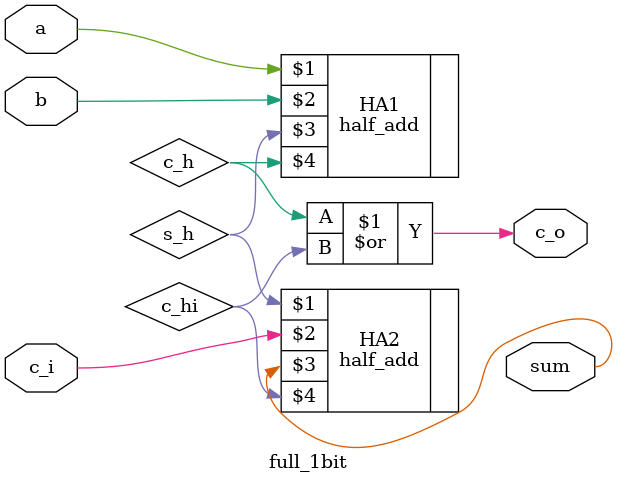
<source format=v>
`timescale 1ns / 1ps


module full_1bit(
    input a,            //input bit a
    input b,            //input bit b
    input c_i,          //input carry in 
    output sum,         //output sum bit
    output c_o          //output carry bit
    );
    
    wire s_h, c_h,c_hi;
    
  half_add HA1(a, b, s_h, c_h);         //half adder to add input bits
  half_add HA2(s_h, c_i, sum, c_hi);    //half adder to add result of input bit addition and carry in bit
  or o1(c_o, c_h, c_hi);                // or gate to generate final carry out bit
endmodule

</source>
